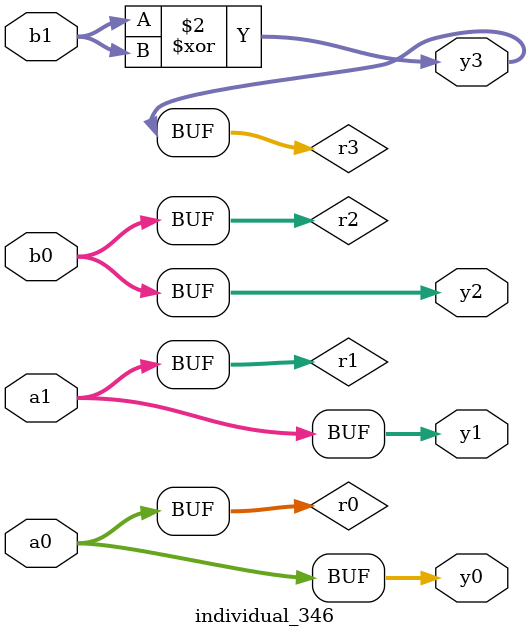
<source format=sv>
module individual_346(input logic [15:0] a1, input logic [15:0] a0, input logic [15:0] b1, input logic [15:0] b0, output logic [15:0] y3, output logic [15:0] y2, output logic [15:0] y1, output logic [15:0] y0);
logic [15:0] r0, r1, r2, r3;  always@(*) begin 	 r0 = a0; r1 = a1; r2 = b0; r3 = b1;  	 r3  ^=  b1 ; 	 y3 = r3; y2 = r2; y1 = r1; y0 = r0; end
endmodule
</source>
